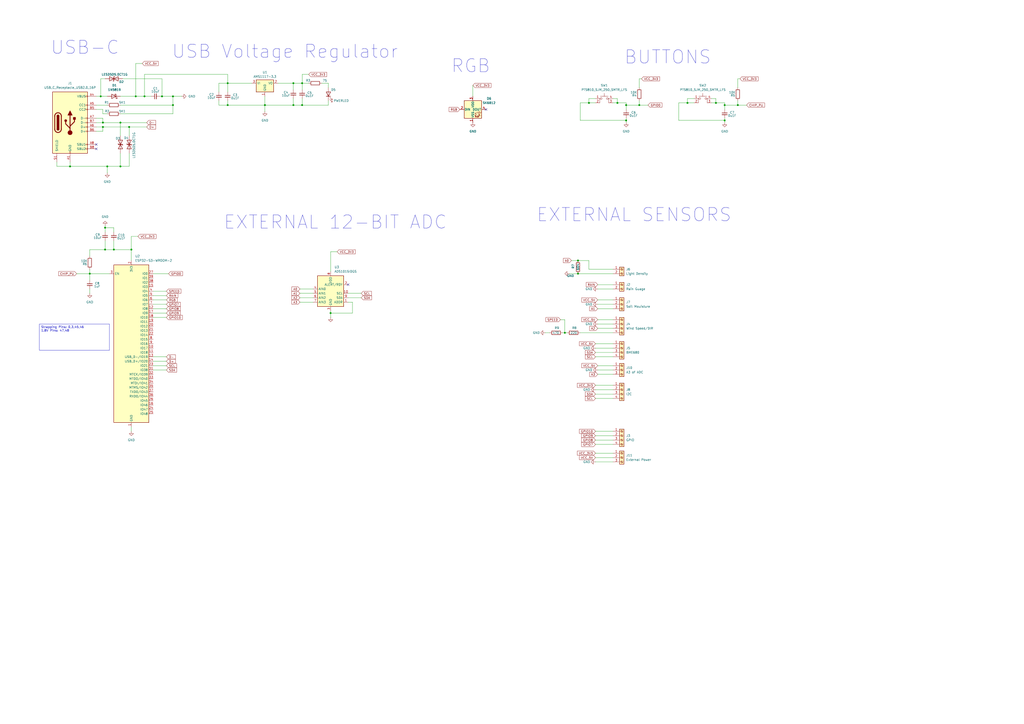
<source format=kicad_sch>
(kicad_sch (version 20231120) (generator "eeschema") (generator_version "8.0")
  (paper "A2")
  (title_block (title "ESP32-S3_BASE") (date "2024-02-28") (rev "1.0") (company "Scott Hendricks"))
  (lib_symbols
    (symbol "Analog_ADC:ADS1015IDGS"
      (property "Reference" "U" (at 2.54 13.97 0))
      (property "Value" "ADS1015IDGS" (at 7.62 11.43 0))
      (symbol "ADS1015IDGS_1_1"
        (pin input line (at 10.16 -5.08 180) (length 2.54) (name "ADDR") (number "1"))
        (pin input line (at 10.16 0 180) (length 2.54) (name "SCL") (number "10"))
        (pin output line (at 10.16 5.08 180) (length 2.54) (name "ALERT/RDY") (number "2"))
        (pin power_in line (at 0 -10.16 90) (length 2.54) (name "GND") (number "3"))
        (pin input line (at -10.16 2.54 0) (length 2.54) (name "AIN0") (number "4"))
        (pin input line (at -10.16 0 0) (length 2.54) (name "AIN1") (number "5"))
        (pin input line (at -10.16 -2.54 0) (length 2.54) (name "AIN2") (number "6"))
        (pin input line (at -10.16 -5.08 0) (length 2.54) (name "AIN3") (number "7"))
        (pin power_in line (at 0 12.7 270) (length 2.54) (name "VDD") (number "8"))
        (pin bidirectional line (at 10.16 -2.54 180) (length 2.54) (name "SDA") (number "9"))
      )
    )
    (symbol "Connector:Screw_Terminal_01x02" (pin_names (offset 1.016) hide)
      (property "Reference" "J" (at 0 2.54 0))
      (property "Value" "Screw_Terminal_01x02" (at 0 -5.08 0))
      (symbol "Screw_Terminal_01x02_1_1"
        (pin passive line (at -5.08 0 0) (length 3.81) (name "Pin_1") (number "1"))
        (pin passive line (at -5.08 -2.54 0) (length 3.81) (name "Pin_2") (number "2"))
      )
    )
    (symbol "Connector:Screw_Terminal_01x03" (pin_names (offset 1.016) hide)
      (property "Reference" "J" (at 0 5.08 0))
      (property "Value" "Screw_Terminal_01x03" (at 0 -5.08 0))
      (symbol "Screw_Terminal_01x03_1_1"
        (pin passive line (at -5.08 2.54 0) (length 3.81) (name "Pin_1") (number "1"))
        (pin passive line (at -5.08 0 0) (length 3.81) (name "Pin_2") (number "2"))
        (pin passive line (at -5.08 -2.54 0) (length 3.81) (name "Pin_3") (number "3"))
      )
    )
    (symbol "Connector:Screw_Terminal_01x04" (pin_names (offset 1.016) hide)
      (property "Reference" "J" (at 0 5.08 0))
      (property "Value" "Screw_Terminal_01x04" (at 0 -7.62 0))
      (symbol "Screw_Terminal_01x04_1_1"
        (pin passive line (at -5.08 2.54 0) (length 3.81) (name "Pin_1") (number "1"))
        (pin passive line (at -5.08 0 0) (length 3.81) (name "Pin_2") (number "2"))
        (pin passive line (at -5.08 -2.54 0) (length 3.81) (name "Pin_3") (number "3"))
        (pin passive line (at -5.08 -5.08 0) (length 3.81) (name "Pin_4") (number "4"))
      )
    )
    (symbol "Connector:USB_C_Receptacle_USB2.0_16P" (pin_names (offset 1.016))
      (property "Reference" "J" (at 0 22.225 0))
      (property "Value" "USB_C_Receptacle_USB2.0_16P" (at 0 19.685 0))
      (symbol "USB_C_Receptacle_USB2.0_16P_1_1"
        (pin passive line (at 0 -22.86 90) (length 5.08) (name "GND") (number "A1"))
        (pin passive line (at 0 -22.86 90) (length 5.08) hide (name "GND") (number "A12"))
        (pin passive line (at 15.24 15.24 180) (length 5.08) (name "VBUS") (number "A4"))
        (pin bidirectional line (at 15.24 10.16 180) (length 5.08) (name "CC1") (number "A5"))
        (pin bidirectional line (at 15.24 -2.54 180) (length 5.08) (name "D+") (number "A6"))
        (pin bidirectional line (at 15.24 2.54 180) (length 5.08) (name "D-") (number "A7"))
        (pin bidirectional line (at 15.24 -12.7 180) (length 5.08) (name "SBU1") (number "A8"))
        (pin passive line (at 15.24 15.24 180) (length 5.08) hide (name "VBUS") (number "A9"))
        (pin passive line (at 0 -22.86 90) (length 5.08) hide (name "GND") (number "B1"))
        (pin passive line (at 0 -22.86 90) (length 5.08) hide (name "GND") (number "B12"))
        (pin passive line (at 15.24 15.24 180) (length 5.08) hide (name "VBUS") (number "B4"))
        (pin bidirectional line (at 15.24 7.62 180) (length 5.08) (name "CC2") (number "B5"))
        (pin bidirectional line (at 15.24 -5.08 180) (length 5.08) (name "D+") (number "B6"))
        (pin bidirectional line (at 15.24 0 180) (length 5.08) (name "D-") (number "B7"))
        (pin bidirectional line (at 15.24 -15.24 180) (length 5.08) (name "SBU2") (number "B8"))
        (pin passive line (at 15.24 15.24 180) (length 5.08) hide (name "VBUS") (number "B9"))
        (pin passive line (at -7.62 -22.86 90) (length 5.08) (name "SHIELD") (number "S1"))
      )
    )
    (symbol "Device:C_Small" (pin_numbers hide) (pin_names (offset 0.254) hide)
      (property "Reference" "C" (at 0.254 1.778 0))
      (property "Value" "C_Small" (at 0.254 -2.032 0))
      (symbol "C_Small_1_1"
        (pin passive line (at 0 2.54 270) (length 2.032) (name "~") (number "1"))
        (pin passive line (at 0 -2.54 90) (length 2.032) (name "~") (number "2"))
      )
    )
    (symbol "Device:LED" (pin_numbers hide) (pin_names (offset 1.016) hide)
      (property "Reference" "D" (at 0 2.54 0))
      (property "Value" "LED" (at 0 -2.54 0))
      (symbol "LED_1_1"
        (pin passive line (at -3.81 0 0) (length 2.54) (name "K") (number "1"))
        (pin passive line (at 3.81 0 180) (length 2.54) (name "A") (number "2"))
      )
    )
    (symbol "Device:R" (pin_numbers hide) (pin_names (offset 0))
      (property "Reference" "R" (at 2.032 0 90))
      (property "Value" "R" (at 0 0 90))
      (symbol "R_1_1"
        (pin passive line (at 0 3.81 270) (length 1.27) (name "~") (number "1"))
        (pin passive line (at 0 -3.81 90) (length 1.27) (name "~") (number "2"))
      )
    )
    (symbol "Diode:1N5819" (pin_numbers hide) (pin_names (offset 1.016) hide)
      (property "Reference" "D" (at 0 2.54 0))
      (property "Value" "1N5819" (at 0 -2.54 0))
      (symbol "1N5819_1_1"
        (pin passive line (at -3.81 0 0) (length 2.54) (name "K") (number "1"))
        (pin passive line (at 3.81 0 180) (length 2.54) (name "A") (number "2"))
      )
    )
    (symbol "Diode:ESD5Zxx" (pin_numbers hide) (pin_names hide)
      (property "Reference" "D2" (at 0 6.35 0))
      (property "Value" "ESD5Zxx" (at 0 3.81 0))
      (symbol "ESD5Zxx_1_1"
        (pin passive line (at -6.35 0 0) (length 2.54) (name "K") (number "1"))
        (pin passive line (at 3.81 0 180) (length 2.54) (name "A") (number "2"))
      )
    )
    (symbol "LED:SK6812" (pin_names (offset 0.254))
      (property "Reference" "D" (at 5.08 5.715 0))
      (property "Value" "SK6812" (at 1.27 -5.715 0))
      (symbol "SK6812_0_0"
        (text "RGB" (at 2.286 -4.191 0) (effects (font (size 0.762 0.762))))
      )
      (symbol "SK6812_1_1"
        (pin power_in line (at 0 -7.62 90) (length 2.54) (name "VSS") (number "1"))
        (pin input line (at -7.62 0 0) (length 2.54) (name "DIN") (number "2"))
        (pin power_in line (at 0 7.62 270) (length 2.54) (name "VDD") (number "3"))
        (pin output line (at 7.62 0 180) (length 2.54) (name "DOUT") (number "4"))
      )
    )
    (symbol "RF_Module:ESP32-S3-WROOM-2"
      (property "Reference" "U" (at -10.16 45.72 0))
      (property "Value" "ESP32-S3-WROOM-2" (at 2.54 45.72 0))
      (symbol "ESP32-S3-WROOM-2_1_1"
        (pin power_in line (at 0 -48.26 90) (length 2.54) (name "GND") (number "1"))
        (pin bidirectional line (at 12.7 -2.54 180) (length 2.54) (name "IO17") (number "10"))
        (pin bidirectional line (at 12.7 -5.08 180) (length 2.54) (name "IO18") (number "11"))
        (pin bidirectional line (at 12.7 20.32 180) (length 2.54) (name "IO8") (number "12"))
        (pin bidirectional line (at 12.7 -7.62 180) (length 2.54) (name "USB_D-/IO19") (number "13"))
        (pin bidirectional line (at 12.7 -10.16 180) (length 2.54) (name "USB_D+/IO20") (number "14"))
        (pin bidirectional line (at 12.7 33.02 180) (length 2.54) (name "IO3") (number "15"))
        (pin bidirectional line (at 12.7 -35.56 180) (length 2.54) (name "IO46") (number "16"))
        (pin bidirectional line (at 12.7 17.78 180) (length 2.54) (name "IO9") (number "17"))
        (pin bidirectional line (at 12.7 15.24 180) (length 2.54) (name "IO10") (number "18"))
        (pin bidirectional line (at 12.7 12.7 180) (length 2.54) (name "IO11") (number "19"))
        (pin power_in line (at 0 48.26 270) (length 2.54) (name "3V3") (number "2"))
        (pin bidirectional line (at 12.7 10.16 180) (length 2.54) (name "IO12") (number "20"))
        (pin bidirectional line (at 12.7 7.62 180) (length 2.54) (name "IO13") (number "21"))
        (pin bidirectional line (at 12.7 5.08 180) (length 2.54) (name "IO14") (number "22"))
        (pin bidirectional line (at 12.7 -12.7 180) (length 2.54) (name "IO21") (number "23"))
        (pin bidirectional line (at 12.7 -38.1 180) (length 2.54) (name "IO47") (number "24"))
        (pin bidirectional line (at 12.7 -40.64 180) (length 2.54) (name "IO48") (number "25"))
        (pin bidirectional line (at 12.7 -33.02 180) (length 2.54) (name "IO45") (number "26"))
        (pin bidirectional line (at 12.7 40.64 180) (length 2.54) (name "IO0") (number "27"))
        (pin no_connect line (at -10.16 -35.56 0) (length 2.54) hide (name "NC") (number "28"))
        (pin no_connect line (at -10.16 -38.1 0) (length 2.54) hide (name "NC") (number "29"))
        (pin input line (at -12.7 40.64 0) (length 2.54) (name "EN") (number "3"))
        (pin no_connect line (at -10.16 -40.64 0) (length 2.54) hide (name "NC") (number "30"))
        (pin bidirectional line (at 12.7 -15.24 180) (length 2.54) (name "IO38") (number "31"))
        (pin bidirectional line (at 12.7 -17.78 180) (length 2.54) (name "MTCK/IO39") (number "32"))
        (pin bidirectional line (at 12.7 -20.32 180) (length 2.54) (name "MTDO/IO40") (number "33"))
        (pin bidirectional line (at 12.7 -22.86 180) (length 2.54) (name "MTDI/IO41") (number "34"))
        (pin bidirectional line (at 12.7 -25.4 180) (length 2.54) (name "MTMS/IO42") (number "35"))
        (pin bidirectional line (at 12.7 -30.48 180) (length 2.54) (name "RXD0/IO44") (number "36"))
        (pin bidirectional line (at 12.7 -27.94 180) (length 2.54) (name "TXD0/IO43") (number "37"))
        (pin bidirectional line (at 12.7 35.56 180) (length 2.54) (name "IO2") (number "38"))
        (pin bidirectional line (at 12.7 38.1 180) (length 2.54) (name "IO1") (number "39"))
        (pin bidirectional line (at 12.7 30.48 180) (length 2.54) (name "IO4") (number "4"))
        (pin passive line (at 0 -48.26 90) (length 2.54) hide (name "GND") (number "40"))
        (pin passive line (at 0 -48.26 90) (length 2.54) hide (name "GND") (number "41"))
        (pin bidirectional line (at 12.7 27.94 180) (length 2.54) (name "IO5") (number "5"))
        (pin bidirectional line (at 12.7 25.4 180) (length 2.54) (name "IO6") (number "6"))
        (pin bidirectional line (at 12.7 22.86 180) (length 2.54) (name "IO7") (number "7"))
        (pin bidirectional line (at 12.7 2.54 180) (length 2.54) (name "IO15") (number "8"))
        (pin bidirectional line (at 12.7 0 180) (length 2.54) (name "IO16") (number "9"))
      )
    )
    (symbol "Regulator_Linear:AMS1117-3.3"
      (property "Reference" "U" (at -3.81 3.175 0))
      (property "Value" "AMS1117-3.3" (at 0 3.175 0))
      (symbol "AMS1117-3.3_1_1"
        (pin power_in line (at 0 -7.62 90) (length 2.54) (name "GND") (number "1"))
        (pin power_out line (at 7.62 0 180) (length 2.54) (name "VO") (number "2"))
        (pin power_in line (at -7.62 0 0) (length 2.54) (name "VI") (number "3"))
      )
    )
    (symbol "Switch:SW_MEC_5E" (pin_names (offset 1.016) hide)
      (property "Reference" "SW" (at 0.635 5.715 0))
      (property "Value" "SW_MEC_5E" (at 0 -3.175 0))
      (symbol "SW_MEC_5E_0_1"
        (pin passive line (at -5.08 2.54 0) (length 2.54) (name "1") (number "1"))
        (pin passive line (at -5.08 0 0) (length 2.54) (name "2") (number "2"))
        (pin passive line (at 5.08 0 180) (length 2.54) (name "K") (number "3"))
        (pin passive line (at 5.08 2.54 180) (length 2.54) (name "A") (number "4"))
      )
    )
    (symbol "power:GND" (power) (pin_numbers hide) (pin_names (offset 0) hide)
      (property "Value" "GND" (at 0 -3.81 0))
      (symbol "GND_1_1"
        (pin power_in line (at 0 0 270) (length 0) (name "~") (number "1"))
      )
    )
  )
  (junction (at 52.07 158.75))
  (junction (at 100.33 55.88))
  (junction (at 327.66 193.04))
  (junction (at 170.18 60.96))
  (junction (at 93.98 55.88))
  (junction (at 341.63 59.69))
  (junction (at 335.28 158.75))
  (junction (at 420.37 69.85))
  (junction (at 370.84 60.96))
  (junction (at 420.37 60.96))
  (junction (at 59.69 71.12))
  (junction (at 358.14 59.69))
  (junction (at 78.74 55.88))
  (junction (at 132.08 48.26))
  (junction (at 40.64 96.52))
  (junction (at 83.82 55.88))
  (junction (at 153.67 60.96))
  (junction (at 59.69 73.66))
  (junction (at 76.2 144.78))
  (junction (at 60.96 132.08))
  (junction (at 100.33 60.96))
  (junction (at 69.85 96.52))
  (junction (at 363.22 60.96))
  (junction (at 74.93 73.66))
  (junction (at 191.77 181.61))
  (junction (at 69.85 71.12))
  (junction (at 58.42 55.88))
  (junction (at 415.29 59.69))
  (junction (at 398.78 59.69))
  (junction (at 175.26 60.96))
  (junction (at 427.99 60.96))
  (junction (at 175.26 48.26))
  (junction (at 62.23 96.52))
  (junction (at 170.18 48.26))
  (junction (at 132.08 60.96))
  (junction (at 60.96 144.78))
  (junction (at 363.22 69.85))
  (junction (at 335.28 151.13))
  (junction (at 66.04 144.78))
  (no_connect (at 281.94 63.5))
  (no_connect (at 55.88 83.82))
  (no_connect (at 55.88 86.36))
  (no_connect (at 201.93 165.1))
  (wire (pts (xy 336.55 193.04) (xy 355.6 193.04)))
  (wire (pts (xy 52.07 148.59) (xy 52.07 144.78)))
  (wire (pts (xy 69.85 71.12) (xy 85.09 71.12)))
  (wire (pts (xy 59.69 73.66) (xy 59.69 76.2)))
  (wire (pts (xy 55.88 55.88) (xy 58.42 55.88)))
  (wire (pts (xy 346.71 179.07) (xy 355.6 179.07)))
  (wire (pts (xy 191.77 146.05) (xy 195.58 146.05)))
  (wire (pts (xy 127 48.26) (xy 127 53.34)))
  (wire (pts (xy 415.29 57.15) (xy 415.29 59.69)))
  (wire (pts (xy 345.44 267.97) (xy 355.6 267.97)))
  (wire (pts (xy 345.44 262.89) (xy 355.6 262.89)))
  (wire (pts (xy 132.08 60.96) (xy 127 60.96)))
  (wire (pts (xy 175.26 48.26) (xy 179.07 48.26)))
  (wire (pts (xy 40.64 96.52) (xy 62.23 96.52)))
  (wire (pts (xy 412.75 57.15) (xy 415.29 57.15)))
  (wire (pts (xy 191.77 180.34) (xy 191.77 181.61)))
  (wire (pts (xy 175.26 60.96) (xy 190.5 60.96)))
  (wire (pts (xy 346.71 212.09) (xy 355.6 212.09)))
  (wire (pts (xy 346.71 173.99) (xy 355.6 173.99)))
  (wire (pts (xy 132.08 48.26) (xy 132.08 53.34)))
  (wire (pts (xy 153.67 60.96) (xy 170.18 60.96)))
  (wire (pts (xy 88.9 212.09) (xy 96.52 212.09)))
  (wire (pts (xy 345.44 255.27) (xy 355.6 255.27)))
  (wire (pts (xy 175.26 48.26) (xy 170.18 48.26)))
  (wire (pts (xy 88.9 179.07) (xy 96.52 179.07)))
  (wire (pts (xy 83.82 43.18) (xy 83.82 55.88)))
  (wire (pts (xy 346.71 190.5) (xy 355.6 190.5)))
  (wire (pts (xy 330.2 158.75) (xy 335.28 158.75)))
  (wire (pts (xy 59.69 66.04) (xy 59.69 63.5)))
  (wire (pts (xy 326.39 193.04) (xy 327.66 193.04)))
  (wire (pts (xy 52.07 156.21) (xy 52.07 158.75)))
  (wire (pts (xy 173.99 175.26) (xy 181.61 175.26)))
  (wire (pts (xy 92.71 55.88) (xy 93.98 55.88)))
  (wire (pts (xy 66.04 139.7) (xy 66.04 144.78)))
  (wire (pts (xy 100.33 60.96) (xy 100.33 55.88)))
  (wire (pts (xy 355.6 57.15) (xy 358.14 57.15)))
  (wire (pts (xy 331.47 151.13) (xy 335.28 151.13)))
  (wire (pts (xy 60.96 132.08) (xy 60.96 130.81)))
  (wire (pts (xy 78.74 55.88) (xy 83.82 55.88)))
  (wire (pts (xy 55.88 76.2) (xy 59.69 76.2)))
  (wire (pts (xy 201.93 172.72) (xy 209.55 172.72)))
  (wire (pts (xy 420.37 60.96) (xy 420.37 63.5)))
  (wire (pts (xy 345.44 223.52) (xy 355.6 223.52)))
  (wire (pts (xy 345.44 228.6) (xy 355.6 228.6)))
  (wire (pts (xy 74.93 73.66) (xy 74.93 78.74)))
  (wire (pts (xy 170.18 60.96) (xy 175.26 60.96)))
  (wire (pts (xy 69.85 96.52) (xy 62.23 96.52)))
  (wire (pts (xy 161.29 48.26) (xy 170.18 48.26)))
  (wire (pts (xy 33.02 93.98) (xy 33.02 96.52)))
  (wire (pts (xy 71.12 45.72) (xy 93.98 45.72)))
  (wire (pts (xy 93.98 55.88) (xy 100.33 55.88)))
  (wire (pts (xy 335.28 158.75) (xy 355.6 158.75)))
  (wire (pts (xy 190.5 58.42) (xy 190.5 60.96)))
  (wire (pts (xy 74.93 88.9) (xy 74.93 96.52)))
  (wire (pts (xy 363.22 69.85) (xy 363.22 71.12)))
  (wire (pts (xy 76.2 250.19) (xy 76.2 247.65)))
  (wire (pts (xy 191.77 181.61) (xy 191.77 184.15)))
  (wire (pts (xy 345.44 207.01) (xy 355.6 207.01)))
  (wire (pts (xy 346.71 167.64) (xy 355.6 167.64)))
  (wire (pts (xy 336.55 59.69) (xy 336.55 69.85)))
  (wire (pts (xy 370.84 50.8) (xy 370.84 45.72)))
  (wire (pts (xy 341.63 59.69) (xy 336.55 59.69)))
  (wire (pts (xy 420.37 69.85) (xy 420.37 71.12)))
  (wire (pts (xy 44.45 158.75) (xy 52.07 158.75)))
  (wire (pts (xy 60.96 139.7) (xy 60.96 144.78)))
  (wire (pts (xy 146.05 48.26) (xy 132.08 48.26)))
  (wire (pts (xy 398.78 57.15) (xy 402.59 57.15)))
  (wire (pts (xy 83.82 43.18) (xy 132.08 43.18)))
  (wire (pts (xy 153.67 60.96) (xy 153.67 64.77)))
  (wire (pts (xy 358.14 57.15) (xy 358.14 59.69)))
  (wire (pts (xy 100.33 66.04) (xy 100.33 60.96)))
  (wire (pts (xy 346.71 165.1) (xy 355.6 165.1)))
  (wire (pts (xy 415.29 59.69) (xy 420.37 59.69)))
  (wire (pts (xy 420.37 59.69) (xy 420.37 60.96)))
  (wire (pts (xy 358.14 59.69) (xy 363.22 59.69)))
  (wire (pts (xy 52.07 167.64) (xy 52.07 170.18)))
  (wire (pts (xy 345.44 231.14) (xy 355.6 231.14)))
  (wire (pts (xy 427.99 45.72) (xy 429.26 45.72)))
  (wire (pts (xy 201.93 175.26) (xy 204.47 175.26)))
  (wire (pts (xy 59.69 63.5) (xy 55.88 63.5)))
  (wire (pts (xy 327.66 185.42) (xy 327.66 193.04)))
  (wire (pts (xy 74.93 96.52) (xy 69.85 96.52)))
  (wire (pts (xy 363.22 68.58) (xy 363.22 69.85)))
  (wire (pts (xy 88.9 168.91) (xy 96.52 168.91)))
  (wire (pts (xy 69.85 71.12) (xy 69.85 78.74)))
  (wire (pts (xy 52.07 144.78) (xy 60.96 144.78)))
  (wire (pts (xy 346.71 217.17) (xy 355.6 217.17)))
  (wire (pts (xy 153.67 60.96) (xy 132.08 60.96)))
  (wire (pts (xy 190.5 48.26) (xy 190.5 50.8)))
  (wire (pts (xy 55.88 60.96) (xy 62.23 60.96)))
  (wire (pts (xy 345.44 201.93) (xy 355.6 201.93)))
  (wire (pts (xy 69.85 60.96) (xy 100.33 60.96)))
  (wire (pts (xy 58.42 55.88) (xy 62.23 55.88)))
  (wire (pts (xy 341.63 57.15) (xy 345.44 57.15)))
  (wire (pts (xy 88.9 176.53) (xy 96.52 176.53)))
  (wire (pts (xy 88.9 171.45) (xy 96.52 171.45)))
  (wire (pts (xy 59.69 71.12) (xy 69.85 71.12)))
  (wire (pts (xy 80.01 137.16) (xy 76.2 137.16)))
  (wire (pts (xy 393.7 69.85) (xy 420.37 69.85)))
  (wire (pts (xy 60.96 132.08) (xy 60.96 134.62)))
  (wire (pts (xy 412.75 59.69) (xy 415.29 59.69)))
  (wire (pts (xy 52.07 158.75) (xy 52.07 162.56)))
  (wire (pts (xy 58.42 45.72) (xy 58.42 55.88)))
  (wire (pts (xy 341.63 156.21) (xy 355.6 156.21)))
  (wire (pts (xy 345.44 226.06) (xy 355.6 226.06)))
  (wire (pts (xy 191.77 181.61) (xy 204.47 181.61)))
  (wire (pts (xy 76.2 151.13) (xy 76.2 144.78)))
  (wire (pts (xy 179.07 43.18) (xy 175.26 43.18)))
  (wire (pts (xy 88.9 181.61) (xy 96.52 181.61)))
  (wire (pts (xy 66.04 132.08) (xy 60.96 132.08)))
  (wire (pts (xy 55.88 71.12) (xy 59.69 71.12)))
  (wire (pts (xy 427.99 60.96) (xy 433.07 60.96)))
  (wire (pts (xy 132.08 48.26) (xy 127 48.26)))
  (wire (pts (xy 153.67 55.88) (xy 153.67 60.96)))
  (wire (pts (xy 88.9 184.15) (xy 96.52 184.15)))
  (wire (pts (xy 170.18 57.15) (xy 170.18 60.96)))
  (wire (pts (xy 82.55 36.83) (xy 78.74 36.83)))
  (wire (pts (xy 186.69 48.26) (xy 190.5 48.26)))
  (wire (pts (xy 363.22 59.69) (xy 363.22 60.96)))
  (wire (pts (xy 127 58.42) (xy 127 60.96)))
  (wire (pts (xy 402.59 59.69) (xy 398.78 59.69)))
  (wire (pts (xy 370.84 45.72) (xy 372.11 45.72)))
  (wire (pts (xy 132.08 43.18) (xy 132.08 48.26)))
  (wire (pts (xy 346.71 187.96) (xy 355.6 187.96)))
  (wire (pts (xy 173.99 172.72) (xy 181.61 172.72)))
  (wire (pts (xy 420.37 68.58) (xy 420.37 69.85)))
  (wire (pts (xy 88.9 209.55) (xy 96.52 209.55)))
  (wire (pts (xy 346.71 176.53) (xy 355.6 176.53)))
  (wire (pts (xy 398.78 59.69) (xy 393.7 59.69)))
  (wire (pts (xy 427.99 58.42) (xy 427.99 60.96)))
  (wire (pts (xy 325.12 185.42) (xy 327.66 185.42)))
  (wire (pts (xy 63.5 158.75) (xy 52.07 158.75)))
  (wire (pts (xy 55.88 68.58) (xy 59.69 68.58)))
  (wire (pts (xy 66.04 144.78) (xy 76.2 144.78)))
  (wire (pts (xy 345.44 250.19) (xy 355.6 250.19)))
  (wire (pts (xy 370.84 58.42) (xy 370.84 60.96)))
  (wire (pts (xy 170.18 48.26) (xy 170.18 52.07)))
  (wire (pts (xy 55.88 73.66) (xy 59.69 73.66)))
  (wire (pts (xy 345.44 257.81) (xy 355.6 257.81)))
  (wire (pts (xy 398.78 57.15) (xy 398.78 59.69)))
  (wire (pts (xy 40.64 93.98) (xy 40.64 96.52)))
  (wire (pts (xy 175.26 57.15) (xy 175.26 60.96)))
  (wire (pts (xy 173.99 170.18) (xy 181.61 170.18)))
  (wire (pts (xy 345.44 265.43) (xy 355.6 265.43)))
  (wire (pts (xy 345.44 252.73) (xy 355.6 252.73)))
  (wire (pts (xy 74.93 73.66) (xy 85.09 73.66)))
  (wire (pts (xy 201.93 170.18) (xy 209.55 170.18)))
  (wire (pts (xy 355.6 59.69) (xy 358.14 59.69)))
  (wire (pts (xy 83.82 55.88) (xy 87.63 55.88)))
  (wire (pts (xy 88.9 158.75) (xy 97.79 158.75)))
  (wire (pts (xy 88.9 207.01) (xy 96.52 207.01)))
  (wire (pts (xy 345.44 199.39) (xy 355.6 199.39)))
  (wire (pts (xy 76.2 137.16) (xy 76.2 144.78)))
  (wire (pts (xy 327.66 193.04) (xy 328.93 193.04)))
  (wire (pts (xy 363.22 60.96) (xy 363.22 63.5)))
  (wire (pts (xy 62.23 96.52) (xy 62.23 100.33)))
  (wire (pts (xy 346.71 185.42) (xy 355.6 185.42)))
  (wire (pts (xy 341.63 57.15) (xy 341.63 59.69)))
  (wire (pts (xy 175.26 52.07) (xy 175.26 48.26)))
  (wire (pts (xy 78.74 36.83) (xy 78.74 55.88)))
  (wire (pts (xy 60.96 45.72) (xy 58.42 45.72)))
  (wire (pts (xy 341.63 151.13) (xy 341.63 156.21)))
  (wire (pts (xy 59.69 66.04) (xy 62.23 66.04)))
  (wire (pts (xy 69.85 88.9) (xy 69.85 96.52)))
  (wire (pts (xy 69.85 55.88) (xy 78.74 55.88)))
  (wire (pts (xy 175.26 43.18) (xy 175.26 48.26)))
  (wire (pts (xy 60.96 144.78) (xy 66.04 144.78)))
  (wire (pts (xy 363.22 60.96) (xy 370.84 60.96)))
  (wire (pts (xy 346.71 214.63) (xy 355.6 214.63)))
  (wire (pts (xy 316.23 193.04) (xy 318.77 193.04)))
  (wire (pts (xy 191.77 146.05) (xy 191.77 157.48)))
  (wire (pts (xy 393.7 59.69) (xy 393.7 69.85)))
  (wire (pts (xy 345.44 204.47) (xy 355.6 204.47)))
  (wire (pts (xy 100.33 55.88) (xy 105.41 55.88)))
  (wire (pts (xy 69.85 66.04) (xy 100.33 66.04)))
  (wire (pts (xy 33.02 96.52) (xy 40.64 96.52)))
  (wire (pts (xy 370.84 60.96) (xy 375.92 60.96)))
  (wire (pts (xy 204.47 175.26) (xy 204.47 181.61)))
  (wire (pts (xy 335.28 151.13) (xy 341.63 151.13)))
  (wire (pts (xy 173.99 167.64) (xy 181.61 167.64)))
  (wire (pts (xy 88.9 214.63) (xy 96.52 214.63)))
  (wire (pts (xy 93.98 45.72) (xy 93.98 55.88)))
  (wire (pts (xy 336.55 69.85) (xy 363.22 69.85)))
  (wire (pts (xy 274.32 49.53) (xy 274.32 55.88)))
  (wire (pts (xy 420.37 60.96) (xy 427.99 60.96)))
  (wire (pts (xy 88.9 173.99) (xy 96.52 173.99)))
  (wire (pts (xy 59.69 73.66) (xy 74.93 73.66)))
  (wire (pts (xy 427.99 50.8) (xy 427.99 45.72)))
  (wire (pts (xy 345.44 59.69) (xy 341.63 59.69)))
  (wire (pts (xy 59.69 68.58) (xy 59.69 71.12)))
  (wire (pts (xy 66.04 134.62) (xy 66.04 132.08)))
  (wire (pts (xy 132.08 58.42) (xy 132.08 60.96)))
  (text_box "Strapping Pins: 0,3,45,46\n1.8V Pins: 47,48\n" (at 22.86 187.96 0) (size 40.64 15.24) (effects (font (size 1.27 1.27)) (justify left top)))
  (text "USB-C" (at 49.276 27.686 0) (effects (font (size 7.62 7.62))))
  (text "RGB\n" (at 273.05 38.354 0) (effects (font (size 7.62 7.62))))
  (text "EXTERNAL SENSORS" (at 367.792 124.714 0) (effects (font (size 7.62 7.62))))
  (text "USB Voltage Regulator\n" (at 165.354 29.972 0) (effects (font (size 7.62 7.62))))
  (text "BUTTONS\n" (at 387.35 33.274 0) (effects (font (size 7.62 7.62))))
  (text "EXTERNAL 12-BIT ADC" (at 194.564 129.032 0) (effects (font (size 7.62 7.62))))
  (global_label "VCC_5V" (shape input) (at 82.55 36.83 0) (property "Intersheetrefs" "${INTERSHEET_REFS}" (effects (hide yes))))
  (global_label "GPIO9" (shape input) (at 345.44 252.73 180) (property "Intersheetrefs" "${INTERSHEET_REFS}" (effects (hide yes))))
  (global_label "SCL" (shape input) (at 345.44 231.14 180) (property "Intersheetrefs" "${INTERSHEET_REFS}" (effects (hide yes))))
  (global_label "D+" (shape input) (at 96.52 209.55 0) (property "Intersheetrefs" "${INTERSHEET_REFS}" (effects (hide yes))))
  (global_label "GPIO8" (shape input) (at 345.44 255.27 180) (property "Intersheetrefs" "${INTERSHEET_REFS}" (effects (hide yes))))
  (global_label "VCC_3V3" (shape input) (at 179.07 43.18 0) (property "Intersheetrefs" "${INTERSHEET_REFS}" (effects (hide yes))))
  (global_label "GPIO9" (shape input) (at 96.52 181.61 0) (property "Intersheetrefs" "${INTERSHEET_REFS}" (effects (hide yes))))
  (global_label "GPIO7" (shape input) (at 345.44 257.81 180) (property "Intersheetrefs" "${INTERSHEET_REFS}" (effects (hide yes))))
  (global_label "VCC_3V3" (shape input) (at 345.44 223.52 180) (property "Intersheetrefs" "${INTERSHEET_REFS}" (effects (hide yes))))
  (global_label "VCC_3V3" (shape input) (at 80.01 137.16 0) (property "Intersheetrefs" "${INTERSHEET_REFS}" (effects (hide yes))))
  (global_label "VCC_3V3" (shape input) (at 429.26 45.72 0) (property "Intersheetrefs" "${INTERSHEET_REFS}" (effects (hide yes))))
  (global_label "GPIO7" (shape input) (at 96.52 176.53 0) (property "Intersheetrefs" "${INTERSHEET_REFS}" (effects (hide yes))))
  (global_label "RAIN" (shape input) (at 346.71 165.1 180) (property "Intersheetrefs" "${INTERSHEET_REFS}" (effects (hide yes))))
  (global_label "SCL" (shape input) (at 96.52 212.09 0) (property "Intersheetrefs" "${INTERSHEET_REFS}" (effects (hide yes))))
  (global_label "A3" (shape input) (at 173.99 175.26 180) (property "Intersheetrefs" "${INTERSHEET_REFS}" (effects (hide yes))))
  (global_label "GPIO0" (shape input) (at 375.92 60.96 0) (property "Intersheetrefs" "${INTERSHEET_REFS}" (effects (hide yes))))
  (global_label "SCL" (shape input) (at 345.44 207.01 180) (property "Intersheetrefs" "${INTERSHEET_REFS}" (effects (hide yes))))
  (global_label "VCC_3V3" (shape input) (at 345.44 262.89 180) (property "Intersheetrefs" "${INTERSHEET_REFS}" (effects (hide yes))))
  (global_label "RGB" (shape input) (at 266.7 63.5 180) (property "Intersheetrefs" "${INTERSHEET_REFS}" (effects (hide yes))))
  (global_label "SCL" (shape input) (at 209.55 170.18 0) (property "Intersheetrefs" "${INTERSHEET_REFS}" (effects (hide yes))))
  (global_label "SPEED" (shape input) (at 325.12 185.42 180) (property "Intersheetrefs" "${INTERSHEET_REFS}" (effects (hide yes))))
  (global_label "RGB" (shape input) (at 96.52 173.99 0) (property "Intersheetrefs" "${INTERSHEET_REFS}" (effects (hide yes))))
  (global_label "GPIO8" (shape input) (at 96.52 179.07 0) (property "Intersheetrefs" "${INTERSHEET_REFS}" (effects (hide yes))))
  (global_label "A3" (shape input) (at 346.71 217.17 180) (property "Intersheetrefs" "${INTERSHEET_REFS}" (effects (hide yes))))
  (global_label "GPIO0" (shape input) (at 97.79 158.75 0) (property "Intersheetrefs" "${INTERSHEET_REFS}" (effects (hide yes))))
  (global_label "VCC_3V3" (shape input) (at 274.32 49.53 0) (property "Intersheetrefs" "${INTERSHEET_REFS}" (effects (hide yes))))
  (global_label "SPEED" (shape input) (at 96.52 168.91 0) (property "Intersheetrefs" "${INTERSHEET_REFS}" (effects (hide yes))))
  (global_label "VCC_5V" (shape input) (at 345.44 199.39 180) (property "Intersheetrefs" "${INTERSHEET_REFS}" (effects (hide yes))))
  (global_label "VCC_5V" (shape input) (at 346.71 173.99 180) (property "Intersheetrefs" "${INTERSHEET_REFS}" (effects (hide yes))))
  (global_label "VCC_5V" (shape input) (at 346.71 185.42 180) (property "Intersheetrefs" "${INTERSHEET_REFS}" (effects (hide yes))))
  (global_label "VCC_3V3" (shape input) (at 195.58 146.05 0) (property "Intersheetrefs" "${INTERSHEET_REFS}" (effects (hide yes))))
  (global_label "VCC_5V" (shape input) (at 345.44 265.43 180) (property "Intersheetrefs" "${INTERSHEET_REFS}" (effects (hide yes))))
  (global_label "A1" (shape input) (at 346.71 179.07 180) (property "Intersheetrefs" "${INTERSHEET_REFS}" (effects (hide yes))))
  (global_label "D-" (shape input) (at 96.52 207.01 0) (property "Intersheetrefs" "${INTERSHEET_REFS}" (effects (hide yes))))
  (global_label "VCC_5V" (shape input) (at 346.71 212.09 180) (property "Intersheetrefs" "${INTERSHEET_REFS}" (effects (hide yes))))
  (global_label "GPIO10" (shape input) (at 345.44 250.19 180) (property "Intersheetrefs" "${INTERSHEET_REFS}" (effects (hide yes))))
  (global_label "SDA" (shape input) (at 96.52 214.63 0) (property "Intersheetrefs" "${INTERSHEET_REFS}" (effects (hide yes))))
  (global_label "VCC_3V3" (shape input) (at 372.11 45.72 0) (property "Intersheetrefs" "${INTERSHEET_REFS}" (effects (hide yes))))
  (global_label "GPIO10" (shape input) (at 96.52 184.15 0) (property "Intersheetrefs" "${INTERSHEET_REFS}" (effects (hide yes))))
  (global_label "A1" (shape input) (at 173.99 170.18 180) (property "Intersheetrefs" "${INTERSHEET_REFS}" (effects (hide yes))))
  (global_label "CHIP_PU" (shape input) (at 44.45 158.75 180) (property "Intersheetrefs" "${INTERSHEET_REFS}" (effects (hide yes))))
  (global_label "SDA" (shape input) (at 345.44 204.47 180) (property "Intersheetrefs" "${INTERSHEET_REFS}" (effects (hide yes))))
  (global_label "SDA" (shape input) (at 345.44 228.6 180) (property "Intersheetrefs" "${INTERSHEET_REFS}" (effects (hide yes))))
  (global_label "D+" (shape input) (at 85.09 73.66 0) (property "Intersheetrefs" "${INTERSHEET_REFS}" (effects (hide yes))))
  (global_label "D-" (shape input) (at 85.09 71.12 0) (property "Intersheetrefs" "${INTERSHEET_REFS}" (effects (hide yes))))
  (global_label "A2" (shape input) (at 173.99 172.72 180) (property "Intersheetrefs" "${INTERSHEET_REFS}" (effects (hide yes))))
  (global_label "A0" (shape input) (at 173.99 167.64 180) (property "Intersheetrefs" "${INTERSHEET_REFS}" (effects (hide yes))))
  (global_label "A2" (shape input) (at 346.71 190.5 180) (property "Intersheetrefs" "${INTERSHEET_REFS}" (effects (hide yes))))
  (global_label "A0" (shape input) (at 331.47 151.13 180) (property "Intersheetrefs" "${INTERSHEET_REFS}" (effects (hide yes))))
  (global_label "SDA" (shape input) (at 209.55 172.72 0) (property "Intersheetrefs" "${INTERSHEET_REFS}" (effects (hide yes))))
  (global_label "CHIP_PU" (shape input) (at 433.07 60.96 0) (property "Intersheetrefs" "${INTERSHEET_REFS}" (effects (hide yes))))
  (global_label "RAIN" (shape input) (at 96.52 171.45 0) (property "Intersheetrefs" "${INTERSHEET_REFS}" (effects (hide yes))))
  (symbol (lib_id "Diode:1N5819") (at 66.04 55.88 180) (unit 1)
    (property "Reference" "D1" (at 66.3575 49.53 0))
    (property "Value" "1N5819" (at 66.3575 52.07 0))
    (property "Footprint" "Diode_THT:D_DO-41_SOD81_P10.16mm_Horizontal" (effects (hide yes)))
    (property "Datasheet" "http://www.vishay.com/docs/88525/1n5817.pdf" (effects (hide yes)))
    (property "Description" "40V 1A Schottky Barrier Rectifier Diode, DO-41" (effects (hide yes)))
  )
  (symbol (lib_id "Device:C_Small") (at 420.37 66.04 0) (unit 1)
    (property "Reference" "C7" (at 424.688 65.278 0))
    (property "Value" "0u1F" (at 424.688 67.056 0))
    (property "Footprint" "Capacitor_SMD:C_0805_2012Metric_Pad1.18x1.45mm_HandSolder" (effects (hide yes)))
    (property "Description" "Unpolarized capacitor, small symbol" (effects (hide yes)))
  )
  (symbol (lib_id "Device:C_Small") (at 90.17 55.88 90) (unit 1)
    (property "Reference" "C1" (at 90.17 51.308 90))
    (property "Value" "10uF" (at 90.17 53.086 90))
    (property "Footprint" "Capacitor_SMD:C_0805_2012Metric_Pad1.18x1.45mm_HandSolder" (effects (hide yes)))
    (property "Description" "Unpolarized capacitor, small symbol" (effects (hide yes)))
  )
  (symbol (lib_id "Connector:Screw_Terminal_01x04") (at 360.68 252.73 0) (unit 1)
    (property "Reference" "J3" (at 363.22 252.7299 0) (effects (justify left)))
    (property "Value" "GPIO" (at 363.22 255.2699 0) (effects (justify left)))
    (property "Footprint" "TerminalBlock_Phoenix:TerminalBlock_Phoenix_MKDS-1,5-4-5.08_1x04_P5.08mm_Horizontal" (effects (hide yes)))
    (property "Description" "Generic screw terminal, single row, 01x04, script generated (kicad-library-utils/schlib/autogen/connector/)" (effects (hide yes)))
  )
  (symbol (lib_id "Device:LED") (at 190.5 54.61 90) (unit 1)
    (property "Reference" "D5" (at 192.024 52.07 90) (effects (justify right)))
    (property "Value" "PWERLED" (at 193.548 58.42 90) (effects (justify right)))
    (property "Footprint" "LED_SMD:LED_0603_1608Metric" (effects (hide yes)))
    (property "Description" "Light emitting diode" (effects (hide yes)))
  )
  (symbol (lib_id "power:GND") (at 346.71 214.63 270) (unit 1)
    (property "Reference" "#PWR021" (effects (hide yes)))
    (property "Value" "GND" (at 343.662 214.63 90) (effects (justify right)))
    (property "Description" "Power symbol creates a global label with name \"GND\" , ground" (effects (hide yes)))
  )
  (symbol (lib_id "power:GND") (at 345.44 267.97 270) (unit 1)
    (property "Reference" "#PWR016" (effects (hide yes)))
    (property "Value" "GND" (at 342.392 267.97 90) (effects (justify right)))
    (property "Description" "Power symbol creates a global label with name \"GND\" , ground" (effects (hide yes)))
  )
  (symbol (lib_id "Device:C_Small") (at 127 55.88 0) (unit 1)
    (property "Reference" "C2" (at 122.682 54.864 0))
    (property "Value" "10uF" (at 122.682 56.642 0))
    (property "Footprint" "Capacitor_SMD:C_0805_2012Metric_Pad1.18x1.45mm_HandSolder" (effects (hide yes)))
    (property "Description" "Unpolarized capacitor, small symbol" (effects (hide yes)))
  )
  (symbol (lib_id "Connector:Screw_Terminal_01x03") (at 360.68 176.53 0) (unit 1)
    (property "Reference" "J7" (at 363.22 175.2599 0) (effects (justify left)))
    (property "Value" "Soil Mouisture" (at 363.22 177.7999 0) (effects (justify left)))
    (property "Footprint" "TerminalBlock_Phoenix:TerminalBlock_Phoenix_MKDS-1,5-3-5.08_1x03_P5.08mm_Horizontal" (effects (hide yes)))
    (property "Description" "Generic screw terminal, single row, 01x03, script generated (kicad-library-utils/schlib/autogen/connector/)" (effects (hide yes)))
  )
  (symbol (lib_id "power:GND") (at 420.37 71.12 0) (unit 1)
    (property "Reference" "#PWR06" (effects (hide yes)))
    (property "Value" "GND" (at 420.37 76.2 0))
    (property "Description" "Power symbol creates a global label with name \"GND\" , ground" (effects (hide yes)))
  )
  (symbol (lib_id "Diode:ESD5Zxx") (at 69.85 82.55 90) (unit 1)
    (property "Reference" "D3" (at 67.056 80.264 90) (effects (justify right)))
    (property "Value" "LESD5D5.0CT1G" (effects (hide yes)))
    (property "Footprint" "Diode_SMD:D_SOD-523" (effects (hide yes)))
    (property "Datasheet" "https://www.onsemi.com/pdf/datasheet/esd5z2.5t1-d.pdf" (effects (hide yes)))
    (property "Description" "ESD BI Direction Protection Diode, SOD-523" (effects (hide yes)))
  )
  (symbol (lib_id "Switch:SW_MEC_5E") (at 407.67 59.69 0) (unit 1)
    (property "Reference" "SW2" (at 407.67 49.53 0))
    (property "Value" "PTS810_SJM_250_SMTR_LFS" (at 407.67 52.07 0))
    (property "Footprint" "PTS815_SJG_250_SMTR_LFS:PTS815SJG250SMTRLFS" (effects (hide yes)))
    (property "Datasheet" "http://www.apem.com/int/index.php?controller=attachment&id_attachment=1371" (effects (hide yes)))
    (property "Description" "MEC 5E single pole normally-open tactile switch" (effects (hide yes)))
  )
  (symbol (lib_id "Device:C_Small") (at 52.07 165.1 0) (unit 1)
    (property "Reference" "C8" (at 56.388 164.338 0))
    (property "Value" "1uF" (at 56.388 166.116 0))
    (property "Footprint" "Capacitor_SMD:C_0805_2012Metric_Pad1.18x1.45mm_HandSolder" (effects (hide yes)))
    (property "Description" "Unpolarized capacitor, small symbol" (effects (hide yes)))
  )
  (symbol (lib_id "Switch:SW_MEC_5E") (at 350.52 59.69 0) (unit 1)
    (property "Reference" "SW1" (at 350.52 49.53 0))
    (property "Value" "PTS810_SJM_250_SMTR_LFS" (at 350.52 52.07 0))
    (property "Footprint" "PTS815_SJG_250_SMTR_LFS:PTS815SJG250SMTRLFS" (effects (hide yes)))
    (property "Datasheet" "http://www.apem.com/int/index.php?controller=attachment&id_attachment=1371" (effects (hide yes)))
    (property "Description" "MEC 5E single pole normally-open tactile switch" (effects (hide yes)))
  )
  (symbol (lib_id "power:GND") (at 363.22 71.12 0) (unit 1)
    (property "Reference" "#PWR05" (effects (hide yes)))
    (property "Value" "GND" (at 363.22 76.2 0))
    (property "Description" "Power symbol creates a global label with name \"GND\" , ground" (effects (hide yes)))
  )
  (symbol (lib_id "Diode:ESD5Zxx") (at 74.93 82.55 90) (unit 1)
    (property "Reference" "D4" (at 71.882 80.01 90) (effects (justify right)))
    (property "Value" "LESD5D5.0CT1G" (at 77.724 76.708 0) (effects (justify right)))
    (property "Footprint" "Diode_SMD:D_SOD-523" (effects (hide yes)))
    (property "Datasheet" "https://www.onsemi.com/pdf/datasheet/esd5z2.5t1-d.pdf" (effects (hide yes)))
    (property "Description" "ESD BI Direction Protection Diode, SOD-523" (effects (hide yes)))
  )
  (symbol (lib_id "Connector:Screw_Terminal_01x03") (at 360.68 214.63 0) (unit 1)
    (property "Reference" "J10" (at 363.22 213.3599 0) (effects (justify left)))
    (property "Value" "A3 of ADC" (at 363.22 215.8999 0) (effects (justify left)))
    (property "Footprint" "TerminalBlock_Phoenix:TerminalBlock_Phoenix_MKDS-1,5-3-5.08_1x03_P5.08mm_Horizontal" (effects (hide yes)))
    (property "Description" "Generic screw terminal, single row, 01x03, script generated (kicad-library-utils/schlib/autogen/connector/)" (effects (hide yes)))
  )
  (symbol (lib_id "Connector:Screw_Terminal_01x04") (at 360.68 201.93 0) (unit 1)
    (property "Reference" "J5" (at 363.22 201.9299 0) (effects (justify left)))
    (property "Value" "BME680" (at 363.22 204.4699 0) (effects (justify left)))
    (property "Footprint" "TerminalBlock_Phoenix:TerminalBlock_Phoenix_MKDS-1,5-4-5.08_1x04_P5.08mm_Horizontal" (effects (hide yes)))
    (property "Description" "Generic screw terminal, single row, 01x04, script generated (kicad-library-utils/schlib/autogen/connector/)" (effects (hide yes)))
  )
  (symbol (lib_id "Device:R") (at 332.74 193.04 90) (unit 1)
    (property "Reference" "R8" (at 334.518 190.246 90) (effects (justify left)))
    (property "Value" "220" (at 334.772 193.04 90) (effects (justify left)))
    (property "Footprint" "Resistor_SMD:R_0603_1608Metric_Pad0.98x0.95mm_HandSolder" (effects (hide yes)))
    (property "Description" "Resistor" (effects (hide yes)))
  )
  (symbol (lib_id "Device:R") (at 370.84 54.61 180) (unit 1)
    (property "Reference" "R4" (at 369.316 55.372 0) (effects (justify left)))
    (property "Value" "10K" (at 369.57 53.594 0) (effects (justify left)))
    (property "Footprint" "Resistor_SMD:R_0603_1608Metric_Pad0.98x0.95mm_HandSolder" (effects (hide yes)))
    (property "Description" "Resistor" (effects (hide yes)))
  )
  (symbol (lib_id "power:GND") (at 346.71 176.53 270) (unit 1)
    (property "Reference" "#PWR012" (effects (hide yes)))
    (property "Value" "GND" (at 343.662 176.53 90) (effects (justify right)))
    (property "Description" "Power symbol creates a global label with name \"GND\" , ground" (effects (hide yes)))
  )
  (symbol (lib_id "power:GND") (at 346.71 187.96 270) (unit 1)
    (property "Reference" "#PWR014" (effects (hide yes)))
    (property "Value" "GND" (at 343.662 187.96 90) (effects (justify right)))
    (property "Description" "Power symbol creates a global label with name \"GND\" , ground" (effects (hide yes)))
  )
  (symbol (lib_id "Device:R") (at 335.28 154.94 180) (unit 1)
    (property "Reference" "R7" (at 332.486 153.162 90) (effects (justify left)))
    (property "Value" "604" (at 335.28 152.908 90) (effects (justify left)))
    (property "Footprint" "Resistor_SMD:R_0603_1608Metric_Pad0.98x0.95mm_HandSolder" (effects (hide yes)))
    (property "Description" "Resistor" (effects (hide yes)))
  )
  (symbol (lib_id "Device:R") (at 66.04 66.04 90) (unit 1)
    (property "Reference" "R2" (at 63.5 64.516 90) (effects (justify left)))
    (property "Value" "5K1" (at 72.898 64.516 90) (effects (justify left)))
    (property "Footprint" "Resistor_SMD:R_0603_1608Metric_Pad0.98x0.95mm_HandSolder" (effects (hide yes)))
    (property "Description" "Resistor" (effects (hide yes)))
  )
  (symbol (lib_id "Device:R") (at 52.07 152.4 180) (unit 1)
    (property "Reference" "R6" (at 50.546 153.162 0) (effects (justify left)))
    (property "Value" "10K" (at 50.8 151.384 0) (effects (justify left)))
    (property "Footprint" "Resistor_SMD:R_0603_1608Metric_Pad0.98x0.95mm_HandSolder" (effects (hide yes)))
    (property "Description" "Resistor" (effects (hide yes)))
  )
  (symbol (lib_id "RF_Module:ESP32-S3-WROOM-2") (at 76.2 199.39 0) (unit 1)
    (property "Reference" "U2" (at 78.3941 148.59 0) (effects (justify left)))
    (property "Value" "ESP32-S3-WROOM-2" (at 78.3941 151.13 0) (effects (justify left)))
    (property "Footprint" "RF_Module:ESP32-S3-WROOM-2" (effects (hide yes)))
    (property "Datasheet" "https://www.espressif.com/sites/default/files/documentation/esp32-s3-wroom-2_datasheet_en.pdf" (effects (hide yes)))
    (property "Description" "RF Module, 2.4 GHz, Wi­-Fi, Bluetooth, BLE, ESP32­-S3R8V" (effects (hide yes)))
  )
  (symbol (lib_id "power:GND") (at 345.44 201.93 270) (unit 1)
    (property "Reference" "#PWR015" (effects (hide yes)))
    (property "Value" "GND" (at 342.392 201.93 90) (effects (justify right)))
    (property "Description" "Power symbol creates a global label with name \"GND\" , ground" (effects (hide yes)))
  )
  (symbol (lib_id "power:GND") (at 105.41 55.88 90) (unit 1)
    (property "Reference" "#PWR02" (effects (hide yes)))
    (property "Value" "GND" (at 109.22 55.8799 90) (effects (justify right)))
    (property "Description" "Power symbol creates a global label with name \"GND\" , ground" (effects (hide yes)))
  )
  (symbol (lib_id "power:GND") (at 153.67 64.77 0) (unit 1)
    (property "Reference" "#PWR03" (effects (hide yes)))
    (property "Value" "GND" (at 153.67 69.85 0))
    (property "Description" "Power symbol creates a global label with name \"GND\" , ground" (effects (hide yes)))
  )
  (symbol (lib_id "Device:R") (at 182.88 48.26 90) (unit 1)
    (property "Reference" "R3" (at 180.086 46.736 90) (effects (justify left)))
    (property "Value" "75" (at 189.738 46.736 90) (effects (justify left)))
    (property "Footprint" "Resistor_SMD:R_0603_1608Metric_Pad0.98x0.95mm_HandSolder" (effects (hide yes)))
    (property "Description" "Resistor" (effects (hide yes)))
  )
  (symbol (lib_id "Connector:Screw_Terminal_01x02") (at 360.68 165.1 0) (unit 1)
    (property "Reference" "J2" (at 363.22 165.0999 0) (effects (justify left)))
    (property "Value" "Rain Guage" (at 363.22 167.6399 0) (effects (justify left)))
    (property "Footprint" "TerminalBlock_Phoenix:TerminalBlock_Phoenix_MKDS-1,5-2-5.08_1x02_P5.08mm_Horizontal" (effects (hide yes)))
    (property "Description" "Generic screw terminal, single row, 01x02, script generated (kicad-library-utils/schlib/autogen/connector/)" (effects (hide yes)))
  )
  (symbol (lib_id "Connector:Screw_Terminal_01x04") (at 360.68 226.06 0) (unit 1)
    (property "Reference" "J8" (at 363.22 226.0599 0) (effects (justify left)))
    (property "Value" "I2C" (at 363.22 228.5999 0) (effects (justify left)))
    (property "Footprint" "TerminalBlock_Phoenix:TerminalBlock_Phoenix_MKDS-1,5-4-5.08_1x04_P5.08mm_Horizontal" (effects (hide yes)))
    (property "Description" "Generic screw terminal, single row, 01x04, script generated (kicad-library-utils/schlib/autogen/connector/)" (effects (hide yes)))
  )
  (symbol (lib_id "Device:R") (at 427.99 54.61 180) (unit 1)
    (property "Reference" "R5" (at 426.466 55.372 0) (effects (justify left)))
    (property "Value" "10K" (at 426.72 53.594 0) (effects (justify left)))
    (property "Footprint" "Resistor_SMD:R_0603_1608Metric_Pad0.98x0.95mm_HandSolder" (effects (hide yes)))
    (property "Description" "Resistor" (effects (hide yes)))
  )
  (symbol (lib_id "Device:C_Small") (at 66.04 137.16 0) (unit 1)
    (property "Reference" "C10" (at 70.358 136.398 0))
    (property "Value" "0u1F" (at 70.358 138.176 0))
    (property "Footprint" "Capacitor_SMD:C_0805_2012Metric_Pad1.18x1.45mm_HandSolder" (effects (hide yes)))
    (property "Description" "Unpolarized capacitor, small symbol" (effects (hide yes)))
  )
  (symbol (lib_id "power:GND") (at 345.44 226.06 270) (unit 1)
    (property "Reference" "#PWR019" (effects (hide yes)))
    (property "Value" "GND" (at 342.392 226.06 90) (effects (justify right)))
    (property "Description" "Power symbol creates a global label with name \"GND\" , ground" (effects (hide yes)))
  )
  (symbol (lib_id "power:GND") (at 274.32 71.12 0) (unit 1)
    (property "Reference" "#PWR04" (effects (hide yes)))
    (property "Value" "GND" (at 274.32 76.2 0))
    (property "Description" "Power symbol creates a global label with name \"GND\" , ground" (effects (hide yes)))
  )
  (symbol (lib_id "Device:R") (at 322.58 193.04 90) (unit 1)
    (property "Reference" "R9" (at 324.358 190.246 90) (effects (justify left)))
    (property "Value" "470" (at 324.358 193.04 90) (effects (justify left)))
    (property "Footprint" "Resistor_SMD:R_0603_1608Metric_Pad0.98x0.95mm_HandSolder" (effects (hide yes)))
    (property "Description" "Resistor" (effects (hide yes)))
  )
  (symbol (lib_id "Device:C_Small") (at 60.96 137.16 0) (unit 1)
    (property "Reference" "C9" (at 56.642 136.144 0))
    (property "Value" "10uF" (at 56.642 137.922 0))
    (property "Footprint" "Capacitor_SMD:C_0805_2012Metric_Pad1.18x1.45mm_HandSolder" (effects (hide yes)))
    (property "Description" "Unpolarized capacitor, small symbol" (effects (hide yes)))
  )
  (symbol (lib_id "power:GND") (at 316.23 193.04 270) (unit 1)
    (property "Reference" "#PWR017" (effects (hide yes)))
    (property "Value" "GND" (at 313.182 193.04 90) (effects (justify right)))
    (property "Description" "Power symbol creates a global label with name \"GND\" , ground" (effects (hide yes)))
  )
  (symbol (lib_id "Device:C_Small") (at 170.18 54.61 0) (unit 1)
    (property "Reference" "C4" (at 165.862 53.594 0))
    (property "Value" "10uF" (at 165.862 55.372 0))
    (property "Footprint" "Capacitor_SMD:C_0805_2012Metric_Pad1.18x1.45mm_HandSolder" (effects (hide yes)))
    (property "Description" "Unpolarized capacitor, small symbol" (effects (hide yes)))
  )
  (symbol (lib_id "power:GND") (at 60.96 130.81 180) (unit 1)
    (property "Reference" "#PWR07" (effects (hide yes)))
    (property "Value" "GND" (at 60.96 125.73 0))
    (property "Description" "Power symbol creates a global label with name \"GND\" , ground" (effects (hide yes)))
  )
  (symbol (lib_id "power:GND") (at 191.77 184.15 0) (unit 1)
    (property "Reference" "#PWR010" (effects (hide yes)))
    (property "Value" "GND" (effects (hide yes)))
    (property "Description" "Power symbol creates a global label with name \"GND\" , ground" (effects (hide yes)))
  )
  (symbol (lib_id "power:GND") (at 76.2 250.19 0) (unit 1)
    (property "Reference" "#PWR09" (effects (hide yes)))
    (property "Value" "GND" (at 76.2 255.27 0))
    (property "Description" "Power symbol creates a global label with name \"GND\" , ground" (effects (hide yes)))
  )
  (symbol (lib_id "power:GND") (at 52.07 170.18 0) (unit 1)
    (property "Reference" "#PWR08" (effects (hide yes)))
    (property "Value" "GND" (at 52.07 175.26 0))
    (property "Description" "Power symbol creates a global label with name \"GND\" , ground" (effects (hide yes)))
  )
  (symbol (lib_id "Device:C_Small") (at 132.08 55.88 0) (unit 1)
    (property "Reference" "C3" (at 136.398 55.118 0))
    (property "Value" "0u1F" (at 136.398 56.896 0))
    (property "Footprint" "Capacitor_SMD:C_0805_2012Metric_Pad1.18x1.45mm_HandSolder" (effects (hide yes)))
    (property "Description" "Unpolarized capacitor, small symbol" (effects (hide yes)))
  )
  (symbol (lib_id "Connector:Screw_Terminal_01x03") (at 360.68 265.43 0) (unit 1)
    (property "Reference" "J11" (at 363.22 264.1599 0) (effects (justify left)))
    (property "Value" "External Power" (at 363.22 266.6999 0) (effects (justify left)))
    (property "Footprint" "TerminalBlock_Phoenix:TerminalBlock_Phoenix_MKDS-1,5-3-5.08_1x03_P5.08mm_Horizontal" (effects (hide yes)))
    (property "Description" "Generic screw terminal, single row, 01x03, script generated (kicad-library-utils/schlib/autogen/connector/)" (effects (hide yes)))
  )
  (symbol (lib_id "Device:C_Small") (at 363.22 66.04 0) (unit 1)
    (property "Reference" "C6" (at 367.538 65.278 0))
    (property "Value" "0u1F" (at 367.538 67.056 0))
    (property "Footprint" "Capacitor_SMD:C_0805_2012Metric_Pad1.18x1.45mm_HandSolder" (effects (hide yes)))
    (property "Description" "Unpolarized capacitor, small symbol" (effects (hide yes)))
  )
  (symbol (lib_id "Connector:USB_C_Receptacle_USB2.0_16P") (at 40.64 71.12 0) (unit 1)
    (property "Reference" "J1" (at 40.64 48.26 0))
    (property "Value" "USB_C_Receptacle_USB2.0_16P" (at 40.64 50.8 0))
    (property "Footprint" "Connector_USB:USB_C_Receptacle_GCT_USB4105-xx-A_16P_TopMnt_Horizontal" (effects (hide yes)))
    (property "Datasheet" "https://www.usb.org/sites/default/files/documents/usb_type-c.zip" (effects (hide yes)))
    (property "Description" "USB 2.0-only 16P Type-C Receptacle connector" (effects (hide yes)))
  )
  (symbol (lib_id "Analog_ADC:ADS1015IDGS") (at 191.77 170.18 0) (unit 1)
    (property "Reference" "U3" (at 193.9641 154.94 0) (effects (justify left)))
    (property "Value" "ADS1015IDGS" (at 193.9641 157.48 0) (effects (justify left)))
    (property "Footprint" "Package_SO:TSSOP-10_3x3mm_P0.5mm" (effects (hide yes)))
    (property "Datasheet" "http://www.ti.com/lit/ds/symlink/ads1015.pdf" (effects (hide yes)))
    (property "Description" "Ultra-Small, Low-Power, I2C-Compatible, 3.3-kSPS, 12-Bit ADCs With Internal Reference, Oscillator, and Programmable Comparator, VSSOP-10" (effects (hide yes)))
  )
  (symbol (lib_id "power:GND") (at 62.23 100.33 0) (unit 1)
    (property "Reference" "#PWR01" (effects (hide yes)))
    (property "Value" "GND" (at 62.23 105.41 0))
    (property "Description" "Power symbol creates a global label with name \"GND\" , ground" (effects (hide yes)))
  )
  (symbol (lib_id "Device:C_Small") (at 175.26 54.61 0) (unit 1)
    (property "Reference" "C5" (at 179.578 53.848 0))
    (property "Value" "0u1F" (at 179.578 55.626 0))
    (property "Footprint" "Capacitor_SMD:C_0805_2012Metric_Pad1.18x1.45mm_HandSolder" (effects (hide yes)))
    (property "Description" "Unpolarized capacitor, small symbol" (effects (hide yes)))
  )
  (symbol (lib_id "Diode:ESD5Zxx") (at 64.77 45.72 180) (unit 1)
    (property "Reference" "D2" (at 69.088 47.498 0) (effects (justify right)))
    (property "Value" "LESD5D5.0CT1G" (at 58.928 43.18 0) (effects (justify right)))
    (property "Footprint" "Diode_SMD:D_SOD-523" (effects (hide yes)))
    (property "Datasheet" "https://www.onsemi.com/pdf/datasheet/esd5z2.5t1-d.pdf" (effects (hide yes)))
    (property "Description" "ESD BI Direction Protection Diode, SOD-523" (effects (hide yes)))
  )
  (symbol (lib_id "Device:R") (at 66.04 60.96 90) (unit 1)
    (property "Reference" "R1" (at 63.246 59.436 90) (effects (justify left)))
    (property "Value" "5K1" (at 72.898 59.436 90) (effects (justify left)))
    (property "Footprint" "Resistor_SMD:R_0603_1608Metric_Pad0.98x0.95mm_HandSolder" (effects (hide yes)))
    (property "Description" "Resistor" (effects (hide yes)))
  )
  (symbol (lib_id "Regulator_Linear:AMS1117-3.3") (at 153.67 48.26 0) (unit 1)
    (property "Reference" "U1" (at 153.67 41.91 0))
    (property "Value" "AMS1117-3.3" (at 153.67 44.45 0))
    (property "Footprint" "Package_TO_SOT_SMD:SOT-223-3_TabPin2" (effects (hide yes)))
    (property "Datasheet" "http://www.advanced-monolithic.com/pdf/ds1117.pdf" (effects (hide yes)))
    (property "Description" "1A Low Dropout regulator, positive, 3.3V fixed output, SOT-223" (effects (hide yes)))
  )
  (symbol (lib_id "LED:SK6812") (at 274.32 63.5 0) (unit 1)
    (property "Reference" "D6" (at 283.718 57.15 0))
    (property "Value" "SK6812" (at 283.718 59.69 0))
    (property "Footprint" "LED_SMD:LED_SK6812_PLCC4_5.0x5.0mm_P3.2mm" (effects (hide yes)))
    (property "Datasheet" "https://cdn-shop.adafruit.com/product-files/1138/SK6812+LED+datasheet+.pdf" (effects (hide yes)))
    (property "Description" "RGB LED with integrated controller" (effects (hide yes)))
  )
  (symbol (lib_id "Connector:Screw_Terminal_01x04") (at 360.68 187.96 0) (unit 1)
    (property "Reference" "J4" (at 363.22 187.9599 0) (effects (justify left)))
    (property "Value" "Wind Speed/DIR" (at 363.22 190.4999 0) (effects (justify left)))
    (property "Footprint" "TerminalBlock_Phoenix:TerminalBlock_Phoenix_MKDS-1,5-4-5.08_1x04_P5.08mm_Horizontal" (effects (hide yes)))
    (property "Description" "Generic screw terminal, single row, 01x04, script generated (kicad-library-utils/schlib/autogen/connector/)" (effects (hide yes)))
  )
  (symbol (lib_id "power:GND") (at 330.2 158.75 270) (unit 1)
    (property "Reference" "#PWR011" (effects (hide yes)))
    (property "Value" "GND" (at 332.994 160.02 90) (effects (justify right)))
    (property "Description" "Power symbol creates a global label with name \"GND\" , ground" (effects (hide yes)))
  )
  (symbol (lib_id "power:GND") (at 346.71 167.64 270) (unit 1)
    (property "Reference" "#PWR013" (effects (hide yes)))
    (property "Value" "GND" (at 343.662 167.64 90) (effects (justify right)))
    (property "Description" "Power symbol creates a global label with name \"GND\" , ground" (effects (hide yes)))
  )
  (symbol (lib_id "Connector:Screw_Terminal_01x02") (at 360.68 156.21 0) (unit 1)
    (property "Reference" "J6" (at 363.22 156.2099 0) (effects (justify left)))
    (property "Value" "Light Density" (at 363.22 158.7499 0) (effects (justify left)))
    (property "Footprint" "TerminalBlock_Phoenix:TerminalBlock_Phoenix_MKDS-1,5-2-5.08_1x02_P5.08mm_Horizontal" (effects (hide yes)))
    (property "Description" "Generic screw terminal, single row, 01x02, script generated (kicad-library-utils/schlib/autogen/connector/)" (effects (hide yes)))
  )
)
</source>
